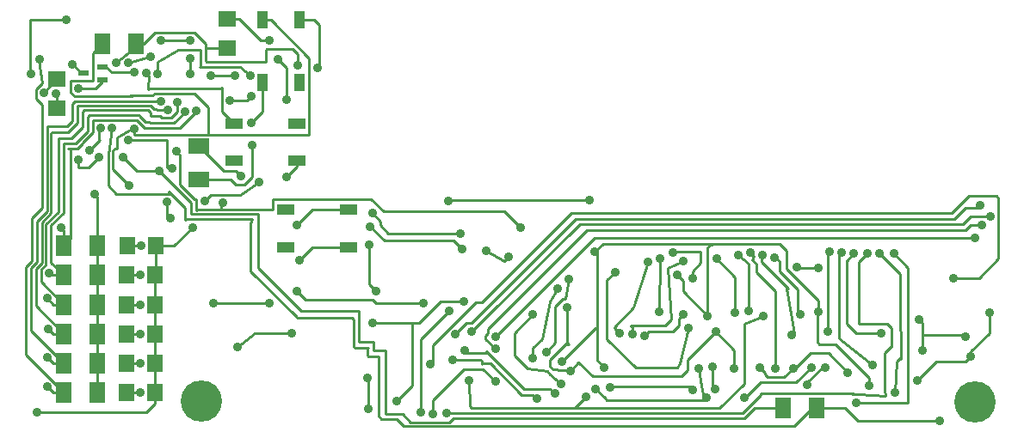
<source format=gbl>
G04 (created by PCBNEW (2013-may-18)-stable) date Mon Aug 15 13:55:16 2016*
%MOIN*%
G04 Gerber Fmt 3.4, Leading zero omitted, Abs format*
%FSLAX34Y34*%
G01*
G70*
G90*
G04 APERTURE LIST*
%ADD10C,0.00590551*%
%ADD11R,0.06X0.08*%
%ADD12R,0.08X0.06*%
%ADD13R,0.0629X0.0709*%
%ADD14R,0.0709X0.0629*%
%ADD15R,0.0708661X0.0433071*%
%ADD16R,0.0433071X0.0708661*%
%ADD17R,0.0394X0.0236*%
%ADD18C,0.16*%
%ADD19C,0.035*%
%ADD20C,0.01*%
G04 APERTURE END LIST*
G54D10*
G54D11*
X56377Y-48562D03*
X57677Y-48562D03*
X54881Y-62106D03*
X56181Y-62106D03*
X54881Y-60964D03*
X56181Y-60964D03*
X54881Y-56397D03*
X56181Y-56397D03*
X54881Y-57539D03*
X56181Y-57539D03*
X54881Y-58681D03*
X56181Y-58681D03*
X54881Y-59822D03*
X56181Y-59822D03*
G54D12*
X60098Y-53819D03*
X60098Y-52519D03*
G54D13*
X58452Y-56397D03*
X57334Y-56397D03*
X58413Y-60964D03*
X57295Y-60964D03*
X58413Y-59822D03*
X57295Y-59822D03*
X58413Y-58681D03*
X57295Y-58681D03*
X58413Y-57539D03*
X57295Y-57539D03*
X58413Y-62106D03*
X57295Y-62106D03*
G54D14*
X54625Y-49933D03*
X54625Y-51051D03*
X61200Y-48728D03*
X61200Y-47610D03*
G54D15*
X63484Y-56448D03*
X65924Y-56448D03*
X63484Y-55008D03*
X65924Y-55008D03*
G54D16*
X64007Y-50058D03*
X64007Y-47618D03*
X62567Y-50058D03*
X62567Y-47618D03*
G54D17*
X56377Y-49960D03*
X56377Y-49448D03*
X55629Y-49704D03*
G54D11*
X84055Y-62696D03*
X82755Y-62696D03*
G54D15*
X61476Y-53101D03*
X63916Y-53101D03*
X61476Y-51661D03*
X63916Y-51661D03*
G54D18*
X90177Y-62460D03*
X60216Y-62421D03*
G54D19*
X56909Y-49311D03*
X63956Y-49389D03*
X54114Y-50452D03*
X55452Y-53051D03*
X56240Y-52972D03*
X57185Y-52972D03*
X58562Y-53484D03*
X58523Y-49744D03*
X62106Y-49783D03*
X84389Y-61122D03*
X83681Y-61791D03*
X76043Y-61909D03*
X79232Y-61988D03*
X80019Y-61082D03*
X80098Y-61948D03*
X75492Y-61948D03*
X79783Y-62303D03*
X81240Y-62303D03*
X83838Y-61122D03*
X79468Y-61161D03*
X58090Y-49704D03*
X89822Y-59940D03*
X88129Y-60452D03*
X88011Y-59271D03*
X70570Y-61633D03*
X75098Y-62263D03*
X81988Y-59114D03*
X74153Y-61751D03*
X73051Y-59074D03*
X66751Y-55649D03*
X70295Y-56515D03*
X66830Y-55137D03*
X70255Y-55925D03*
X59074Y-53405D03*
X57381Y-52303D03*
X53937Y-49153D03*
X54232Y-61870D03*
X59783Y-48444D03*
X59783Y-49744D03*
X59783Y-49114D03*
X58641Y-48444D03*
X54232Y-60728D03*
X58641Y-50807D03*
X54271Y-59625D03*
X58917Y-51122D03*
X54311Y-57460D03*
X59586Y-51200D03*
X54232Y-58444D03*
X59271Y-50846D03*
X54783Y-55688D03*
X60019Y-51161D03*
X57618Y-49665D03*
X58248Y-49074D03*
X57381Y-49291D03*
X57618Y-51850D03*
X57421Y-54074D03*
X68799Y-58641D03*
X63917Y-58169D03*
X90177Y-56082D03*
X71594Y-59940D03*
X69704Y-62893D03*
X86003Y-56712D03*
X71594Y-60413D03*
X90452Y-55610D03*
X70688Y-59744D03*
X90767Y-55255D03*
X70059Y-59822D03*
X90374Y-54822D03*
X89350Y-57657D03*
X69074Y-61003D03*
X66673Y-62736D03*
X66633Y-61515D03*
X70413Y-60452D03*
X73917Y-62145D03*
X85570Y-62500D03*
X87027Y-56712D03*
X69940Y-60846D03*
X73208Y-62342D03*
X87066Y-62106D03*
X86476Y-56712D03*
X63917Y-55610D03*
X66712Y-56358D03*
X66988Y-58169D03*
X73051Y-60767D03*
X73996Y-58051D03*
X74429Y-57696D03*
X73562Y-60531D03*
X88799Y-63208D03*
X56751Y-51830D03*
X56082Y-54389D03*
X56318Y-51830D03*
X55885Y-52696D03*
X55452Y-50295D03*
X63523Y-53720D03*
X64704Y-49507D03*
X90728Y-58996D03*
X87933Y-61633D03*
X86082Y-61830D03*
X90019Y-60688D03*
X63996Y-56948D03*
X63720Y-59783D03*
X61594Y-60334D03*
X70374Y-58562D03*
X66830Y-59389D03*
X67775Y-62421D03*
X74192Y-60885D03*
X75255Y-54625D03*
X69783Y-54665D03*
X75807Y-61122D03*
X78641Y-57539D03*
X75452Y-56633D03*
X79822Y-59114D03*
X84114Y-58956D03*
X76240Y-57421D03*
X79074Y-59586D03*
X82460Y-61161D03*
X81476Y-56673D03*
X81397Y-58917D03*
X81003Y-56751D03*
X80885Y-58996D03*
X80177Y-56909D03*
X76909Y-59822D03*
X78877Y-56988D03*
X79232Y-57657D03*
X78877Y-59074D03*
X78484Y-56673D03*
X77381Y-59901D03*
X77972Y-56909D03*
X77933Y-58956D03*
X86555Y-59783D03*
X85492Y-56712D03*
X85019Y-56673D03*
X86200Y-61043D03*
X84468Y-59744D03*
X84547Y-56633D03*
X77500Y-57027D03*
X76397Y-59783D03*
X84114Y-57263D03*
X83287Y-57224D03*
X82421Y-56870D03*
X83405Y-59074D03*
X83090Y-59862D03*
X81948Y-56751D03*
X69192Y-62933D03*
X71594Y-61673D03*
X57854Y-62106D03*
X61318Y-50767D03*
X63169Y-49153D03*
X63523Y-50728D03*
X62145Y-50610D03*
X62854Y-48444D03*
X61751Y-53681D03*
X62185Y-52500D03*
X62145Y-51633D03*
X54586Y-50492D03*
X55216Y-49350D03*
X57854Y-58681D03*
X57893Y-56397D03*
X57854Y-57539D03*
X57854Y-59822D03*
X57854Y-60964D03*
X62460Y-53917D03*
X60334Y-54665D03*
X58877Y-54704D03*
X58996Y-55334D03*
X61515Y-49783D03*
X60570Y-49783D03*
X62854Y-58641D03*
X60688Y-58641D03*
X85255Y-61318D03*
X68720Y-62854D03*
X69822Y-58917D03*
X74389Y-58799D03*
X72106Y-56830D03*
X71240Y-56594D03*
X74507Y-61279D03*
X81830Y-61122D03*
X80846Y-61161D03*
X80137Y-59744D03*
X83129Y-61161D03*
X54980Y-47637D03*
X53602Y-49724D03*
X53858Y-62874D03*
X59862Y-55688D03*
X61043Y-54744D03*
X72578Y-55688D03*
X59232Y-52736D03*
G54D20*
X58307Y-48228D02*
X58405Y-48129D01*
X60374Y-48562D02*
X59940Y-48129D01*
X60374Y-48562D02*
X60374Y-48720D01*
X59940Y-48129D02*
X58405Y-48129D01*
X57972Y-48562D02*
X58307Y-48228D01*
X58307Y-48228D02*
X58366Y-48169D01*
X57677Y-48562D02*
X57972Y-48562D01*
X56909Y-49311D02*
X57677Y-48661D01*
X57677Y-48661D02*
X57677Y-48562D01*
X62696Y-49271D02*
X62696Y-48799D01*
X60374Y-49232D02*
X60374Y-48720D01*
X60413Y-49271D02*
X60374Y-49232D01*
X62696Y-49271D02*
X60413Y-49271D01*
X62696Y-48799D02*
X62736Y-48759D01*
X62736Y-48759D02*
X63759Y-48759D01*
X63759Y-48759D02*
X63956Y-48956D01*
X63956Y-48956D02*
X63956Y-49389D01*
X61200Y-48728D02*
X60374Y-48728D01*
X60374Y-48728D02*
X60381Y-48720D01*
X60381Y-48720D02*
X60413Y-48720D01*
X60413Y-48720D02*
X60374Y-48720D01*
X54625Y-49940D02*
X54625Y-49933D01*
X54114Y-50452D02*
X54625Y-49940D01*
X55452Y-53366D02*
X55452Y-53051D01*
X55846Y-53366D02*
X55452Y-53366D01*
X56240Y-52972D02*
X55846Y-53366D01*
X58562Y-53484D02*
X57696Y-53484D01*
X57696Y-53484D02*
X57185Y-52972D01*
X61724Y-49454D02*
X60151Y-49454D01*
X60177Y-49429D02*
X60177Y-48799D01*
X60151Y-49454D02*
X60177Y-49429D01*
X67972Y-62933D02*
X67342Y-62933D01*
X59822Y-54744D02*
X58562Y-53484D01*
X59822Y-55177D02*
X59822Y-54744D01*
X62421Y-55177D02*
X59822Y-55177D01*
X62421Y-57263D02*
X62421Y-55177D01*
X64074Y-58917D02*
X62421Y-57263D01*
X66318Y-58917D02*
X64074Y-58917D01*
X66318Y-60137D02*
X66318Y-58917D01*
X66633Y-60137D02*
X66318Y-60137D01*
X66673Y-60137D02*
X66633Y-60137D01*
X66870Y-60137D02*
X66673Y-60137D01*
X66870Y-60374D02*
X66870Y-60137D01*
X66870Y-60452D02*
X66870Y-60374D01*
X67342Y-60452D02*
X66870Y-60452D01*
X67342Y-62933D02*
X67342Y-60452D01*
X82755Y-62696D02*
X81633Y-62696D01*
X68011Y-62933D02*
X67972Y-62933D01*
X67972Y-62933D02*
X67893Y-62933D01*
X68326Y-63248D02*
X68011Y-62933D01*
X69822Y-63248D02*
X68326Y-63248D01*
X69980Y-63090D02*
X69822Y-63248D01*
X81240Y-63090D02*
X69980Y-63090D01*
X81633Y-62696D02*
X81240Y-63090D01*
X58523Y-49271D02*
X58523Y-49744D01*
X59311Y-48799D02*
X58523Y-49271D01*
X60177Y-48799D02*
X59311Y-48799D01*
X62106Y-49783D02*
X61724Y-49454D01*
X84389Y-61122D02*
X84271Y-61122D01*
X83681Y-61712D02*
X83681Y-61791D01*
X84271Y-61122D02*
X83681Y-61712D01*
X76082Y-61870D02*
X76043Y-61909D01*
X79114Y-61870D02*
X76082Y-61870D01*
X79232Y-61988D02*
X79114Y-61870D01*
X80019Y-61870D02*
X80019Y-61082D01*
X80098Y-61948D02*
X80019Y-61870D01*
X79704Y-62381D02*
X79783Y-62303D01*
X75925Y-62381D02*
X79704Y-62381D01*
X75846Y-62303D02*
X75925Y-62381D01*
X75492Y-61948D02*
X75846Y-62303D01*
X81240Y-62303D02*
X81240Y-62342D01*
X83248Y-61712D02*
X83838Y-61122D01*
X81870Y-61712D02*
X83248Y-61712D01*
X81240Y-62342D02*
X81870Y-61712D01*
X79685Y-62322D02*
X79763Y-62322D01*
X79763Y-62322D02*
X79783Y-62303D01*
X79547Y-61633D02*
X79586Y-61830D01*
X79586Y-61830D02*
X79685Y-62322D01*
X79685Y-62322D02*
X79704Y-62342D01*
X79547Y-61633D02*
X79468Y-61161D01*
X61003Y-51161D02*
X61003Y-51188D01*
X61003Y-51188D02*
X61476Y-51661D01*
X61003Y-51161D02*
X61003Y-50334D01*
X60964Y-50295D02*
X59586Y-50295D01*
X61003Y-50255D02*
X60964Y-50295D01*
X61003Y-50334D02*
X61003Y-50255D01*
X58090Y-49704D02*
X58169Y-49783D01*
X58169Y-49783D02*
X58129Y-50334D01*
X58129Y-50334D02*
X58169Y-50295D01*
X58169Y-50295D02*
X59586Y-50295D01*
X89744Y-59862D02*
X89822Y-59940D01*
X88129Y-59862D02*
X89744Y-59862D01*
X88129Y-59389D02*
X88129Y-59862D01*
X88129Y-59862D02*
X88129Y-60452D01*
X88129Y-60452D02*
X88129Y-60492D01*
X88011Y-59271D02*
X88129Y-59389D01*
X70570Y-61633D02*
X70610Y-62618D01*
X70692Y-62700D02*
X74665Y-62700D01*
X70610Y-62618D02*
X70692Y-62700D01*
X74665Y-62700D02*
X74665Y-62696D01*
X74665Y-62696D02*
X75098Y-62263D01*
X81236Y-59440D02*
X81236Y-61755D01*
X80284Y-62707D02*
X79890Y-62707D01*
X81236Y-61755D02*
X80284Y-62707D01*
X74665Y-62700D02*
X79890Y-62707D01*
X81240Y-59429D02*
X81236Y-59440D01*
X81988Y-59114D02*
X81240Y-59429D01*
X74153Y-61751D02*
X73720Y-61397D01*
X72854Y-61161D02*
X72342Y-60649D01*
X73602Y-61279D02*
X72854Y-61161D01*
X73720Y-61397D02*
X73602Y-61279D01*
X72342Y-60649D02*
X72381Y-60649D01*
X72342Y-60649D02*
X72342Y-59783D01*
X73051Y-59074D02*
X72342Y-59783D01*
X67303Y-56200D02*
X66751Y-55649D01*
X69980Y-56200D02*
X67303Y-56200D01*
X70295Y-56515D02*
X69980Y-56200D01*
X67145Y-55452D02*
X66830Y-55137D01*
X67145Y-55610D02*
X67145Y-55452D01*
X67460Y-55925D02*
X67145Y-55610D01*
X70255Y-55925D02*
X67460Y-55925D01*
X57381Y-52303D02*
X58877Y-52303D01*
X59074Y-53366D02*
X59074Y-53405D01*
X58877Y-53366D02*
X59074Y-53366D01*
X58877Y-52303D02*
X58877Y-53366D01*
X53937Y-49153D02*
X53897Y-49192D01*
X53897Y-49192D02*
X54035Y-50098D01*
X54035Y-50098D02*
X53799Y-50334D01*
X53799Y-50334D02*
X53799Y-50688D01*
X53799Y-50688D02*
X54035Y-50925D01*
X54035Y-50925D02*
X54035Y-54940D01*
X54035Y-54940D02*
X53641Y-55334D01*
X53641Y-55334D02*
X53641Y-56988D01*
X53641Y-56988D02*
X53405Y-57224D01*
X53405Y-57224D02*
X53405Y-60630D01*
X53405Y-60630D02*
X54881Y-62106D01*
X54881Y-62106D02*
X54468Y-62106D01*
X54468Y-62106D02*
X54232Y-61870D01*
X59783Y-49744D02*
X59783Y-49114D01*
X59783Y-48444D02*
X58641Y-48444D01*
X54881Y-60964D02*
X54468Y-60964D01*
X54468Y-60964D02*
X54232Y-60728D01*
X54232Y-52106D02*
X54232Y-55059D01*
X55295Y-50807D02*
X55216Y-50885D01*
X55216Y-50885D02*
X55216Y-51555D01*
X55216Y-51555D02*
X55019Y-51751D01*
X55019Y-51751D02*
X54232Y-51751D01*
X54232Y-51751D02*
X54232Y-52106D01*
X58641Y-50807D02*
X55688Y-50807D01*
X55688Y-50807D02*
X55295Y-50807D01*
X53602Y-59685D02*
X54881Y-60964D01*
X53602Y-57263D02*
X53602Y-59685D01*
X53838Y-57027D02*
X53602Y-57263D01*
X53838Y-55452D02*
X53838Y-57027D01*
X54232Y-55059D02*
X53838Y-55452D01*
X54881Y-59822D02*
X54468Y-59822D01*
X54468Y-59822D02*
X54271Y-59625D01*
X54392Y-52106D02*
X54392Y-55135D01*
X55413Y-50967D02*
X55413Y-51633D01*
X55413Y-51633D02*
X55137Y-51909D01*
X55137Y-51909D02*
X55059Y-51988D01*
X55059Y-51988D02*
X54431Y-51988D01*
X54431Y-51988D02*
X54392Y-52027D01*
X54392Y-52027D02*
X54392Y-52106D01*
X58366Y-51085D02*
X58248Y-50967D01*
X58408Y-51085D02*
X58366Y-51085D01*
X58484Y-51085D02*
X58408Y-51085D01*
X58484Y-51122D02*
X58484Y-51085D01*
X58917Y-51122D02*
X58484Y-51122D01*
X58248Y-50967D02*
X55413Y-50967D01*
X53799Y-58740D02*
X54881Y-59822D01*
X53799Y-57312D02*
X53799Y-58740D01*
X54032Y-57079D02*
X53799Y-57312D01*
X54032Y-55494D02*
X54032Y-57079D01*
X54392Y-55135D02*
X54032Y-55494D01*
X54881Y-57539D02*
X54389Y-57539D01*
X54389Y-57539D02*
X54311Y-57460D01*
X54389Y-56909D02*
X54389Y-57047D01*
X54862Y-55137D02*
X54389Y-55610D01*
X54389Y-55610D02*
X54389Y-56909D01*
X57814Y-51327D02*
X55877Y-51327D01*
X59586Y-51200D02*
X59586Y-51240D01*
X59586Y-51240D02*
X59153Y-51633D01*
X59153Y-51633D02*
X58444Y-51633D01*
X58444Y-51633D02*
X58208Y-51633D01*
X58208Y-51633D02*
X58208Y-51594D01*
X58208Y-51594D02*
X58129Y-51594D01*
X58129Y-51594D02*
X58090Y-51594D01*
X58090Y-51594D02*
X58051Y-51594D01*
X58051Y-51594D02*
X57814Y-51358D01*
X57814Y-51358D02*
X57814Y-51327D01*
X55334Y-52421D02*
X54862Y-52421D01*
X55807Y-51948D02*
X55334Y-52421D01*
X55807Y-51397D02*
X55807Y-51948D01*
X55877Y-51327D02*
X55807Y-51397D01*
X54862Y-52421D02*
X54862Y-55137D01*
X54389Y-57047D02*
X54881Y-57539D01*
X54881Y-58681D02*
X54468Y-58681D01*
X54468Y-58681D02*
X54232Y-58444D01*
X54665Y-52224D02*
X54665Y-55098D01*
X55683Y-51127D02*
X55610Y-51200D01*
X55610Y-51200D02*
X55610Y-51791D01*
X55610Y-51791D02*
X55177Y-52224D01*
X55177Y-52224D02*
X54665Y-52224D01*
X58237Y-51234D02*
X58129Y-51127D01*
X58237Y-51352D02*
X58237Y-51234D01*
X58321Y-51352D02*
X58237Y-51352D01*
X58321Y-51358D02*
X58321Y-51352D01*
X58360Y-51358D02*
X58321Y-51358D01*
X58638Y-51358D02*
X58360Y-51358D01*
X58638Y-51437D02*
X58638Y-51358D01*
X58759Y-51437D02*
X58638Y-51437D01*
X59035Y-51437D02*
X58759Y-51437D01*
X59271Y-51200D02*
X59035Y-51437D01*
X59271Y-50846D02*
X59271Y-51200D01*
X58129Y-51127D02*
X55683Y-51127D01*
X53996Y-57795D02*
X54881Y-58681D01*
X53996Y-57342D02*
X53996Y-57795D01*
X54192Y-57145D02*
X53996Y-57342D01*
X54192Y-55570D02*
X54192Y-57145D01*
X54665Y-55098D02*
X54192Y-55570D01*
X54881Y-56397D02*
X54881Y-55787D01*
X54881Y-55787D02*
X54783Y-55688D01*
X55137Y-52618D02*
X55137Y-56141D01*
X55137Y-56141D02*
X54881Y-56397D01*
X57263Y-51515D02*
X56003Y-51515D01*
X59389Y-51830D02*
X58011Y-51830D01*
X59980Y-51240D02*
X59389Y-51830D01*
X60019Y-51240D02*
X59980Y-51240D01*
X60019Y-51240D02*
X60019Y-51161D01*
X57696Y-51515D02*
X57263Y-51515D01*
X58011Y-51830D02*
X57696Y-51515D01*
X55413Y-52618D02*
X55137Y-52618D01*
X55137Y-52618D02*
X55059Y-52618D01*
X55595Y-52436D02*
X55413Y-52618D01*
X55595Y-52396D02*
X55595Y-52436D01*
X56003Y-51988D02*
X55595Y-52396D01*
X56003Y-51515D02*
X56003Y-51988D01*
X56377Y-49448D02*
X56515Y-49448D01*
X56732Y-49665D02*
X57618Y-49665D01*
X56515Y-49448D02*
X56732Y-49665D01*
X58208Y-49074D02*
X58248Y-49074D01*
X57381Y-49291D02*
X58208Y-49074D01*
X56948Y-52618D02*
X56870Y-52618D01*
X57500Y-51850D02*
X56948Y-52185D01*
X56948Y-52185D02*
X56948Y-52618D01*
X57618Y-51850D02*
X57500Y-51850D01*
X56870Y-52618D02*
X56791Y-52696D01*
X56791Y-52696D02*
X56791Y-53444D01*
X56791Y-53444D02*
X57421Y-54074D01*
X55137Y-50452D02*
X55295Y-50610D01*
X56003Y-49980D02*
X55137Y-49980D01*
X57539Y-50610D02*
X57539Y-50570D01*
X55295Y-50610D02*
X57539Y-50610D01*
X55137Y-50019D02*
X55137Y-50452D01*
X55137Y-49980D02*
X55137Y-50019D01*
X56003Y-48936D02*
X56377Y-48562D01*
X56003Y-49980D02*
X56003Y-48936D01*
X57460Y-50570D02*
X57539Y-50570D01*
X60492Y-51043D02*
X60492Y-52106D01*
X57539Y-50570D02*
X58326Y-50570D01*
X58326Y-50570D02*
X58405Y-50492D01*
X58405Y-50492D02*
X59940Y-50492D01*
X59940Y-50492D02*
X60492Y-51043D01*
X62567Y-47618D02*
X62894Y-47618D01*
X64389Y-49114D02*
X64389Y-51358D01*
X62894Y-47618D02*
X64389Y-49114D01*
X64389Y-52106D02*
X64389Y-51358D01*
X64389Y-51358D02*
X64389Y-51003D01*
X57618Y-52106D02*
X60492Y-52106D01*
X57618Y-51850D02*
X57618Y-52106D01*
X60492Y-52106D02*
X64389Y-52106D01*
X63917Y-58169D02*
X64232Y-58484D01*
X66988Y-58641D02*
X68799Y-58641D01*
X66830Y-58484D02*
X66988Y-58641D01*
X64232Y-58484D02*
X66830Y-58484D01*
X75452Y-56082D02*
X90177Y-56082D01*
X71594Y-59940D02*
X75452Y-56082D01*
X70059Y-62893D02*
X70098Y-62893D01*
X69704Y-62893D02*
X70059Y-62893D01*
X81870Y-62145D02*
X81870Y-62185D01*
X86948Y-60295D02*
X86673Y-60570D01*
X86673Y-61988D02*
X86673Y-60570D01*
X86712Y-62224D02*
X86673Y-61988D01*
X85157Y-62125D02*
X86712Y-62224D01*
X81870Y-62145D02*
X85468Y-62145D01*
X85468Y-62145D02*
X85448Y-62125D01*
X85448Y-62125D02*
X85157Y-62125D01*
X81161Y-62893D02*
X70098Y-62893D01*
X70098Y-62893D02*
X69744Y-62893D01*
X81870Y-62185D02*
X81161Y-62893D01*
X86948Y-60334D02*
X86909Y-60295D01*
X86909Y-60295D02*
X86948Y-60295D01*
X86948Y-60295D02*
X86948Y-59586D01*
X86948Y-59586D02*
X86791Y-59429D01*
X86791Y-59429D02*
X85688Y-59429D01*
X85688Y-57027D02*
X85688Y-59429D01*
X86003Y-56712D02*
X85688Y-57027D01*
X86948Y-60334D02*
X86948Y-60295D01*
X71811Y-59133D02*
X71318Y-59625D01*
X71200Y-60019D02*
X71594Y-60413D01*
X71200Y-59901D02*
X71200Y-60019D01*
X71318Y-59783D02*
X71200Y-59901D01*
X71318Y-59625D02*
X71318Y-59783D01*
X90019Y-55610D02*
X90452Y-55610D01*
X75137Y-55807D02*
X89822Y-55807D01*
X89822Y-55807D02*
X90019Y-55610D01*
X71811Y-59133D02*
X75137Y-55807D01*
X90019Y-55255D02*
X90767Y-55255D01*
X89704Y-55570D02*
X90019Y-55255D01*
X74862Y-55570D02*
X89704Y-55570D01*
X71259Y-59173D02*
X70688Y-59744D01*
X71200Y-59232D02*
X71259Y-59173D01*
X71259Y-59173D02*
X74862Y-55570D01*
X70492Y-59389D02*
X70059Y-59822D01*
X70688Y-59389D02*
X70492Y-59389D01*
X74704Y-55374D02*
X70688Y-59389D01*
X89389Y-55374D02*
X74704Y-55374D01*
X89822Y-54940D02*
X89389Y-55374D01*
X90255Y-54940D02*
X89822Y-54940D01*
X90374Y-54822D02*
X90255Y-54940D01*
X90334Y-57657D02*
X89350Y-57657D01*
X91082Y-56909D02*
X90334Y-57657D01*
X91082Y-54547D02*
X91082Y-56909D01*
X91003Y-54468D02*
X91082Y-54547D01*
X89940Y-54468D02*
X91003Y-54468D01*
X89271Y-55137D02*
X89940Y-54468D01*
X74547Y-55137D02*
X89271Y-55137D01*
X71082Y-58602D02*
X74547Y-55137D01*
X70846Y-58602D02*
X71082Y-58602D01*
X69192Y-60255D02*
X70846Y-58602D01*
X69192Y-60885D02*
X69192Y-60255D01*
X69074Y-61003D02*
X69192Y-60885D01*
X66673Y-61555D02*
X66673Y-62736D01*
X66633Y-61515D02*
X66673Y-61555D01*
X86673Y-62500D02*
X87578Y-62500D01*
X87578Y-62500D02*
X87578Y-61122D01*
X85570Y-62500D02*
X86673Y-62500D01*
X70413Y-60452D02*
X70511Y-60551D01*
X70511Y-60551D02*
X71299Y-60551D01*
X72696Y-61948D02*
X71299Y-60551D01*
X71299Y-60551D02*
X71240Y-60492D01*
X73720Y-61948D02*
X72696Y-61948D01*
X73917Y-62145D02*
X73720Y-61948D01*
X87027Y-56712D02*
X87578Y-57263D01*
X87578Y-57263D02*
X87578Y-61122D01*
X71082Y-60964D02*
X71279Y-60964D01*
X73051Y-62185D02*
X73208Y-62342D01*
X72618Y-62185D02*
X73051Y-62185D01*
X71397Y-60964D02*
X72618Y-62185D01*
X71279Y-60964D02*
X71397Y-60964D01*
X71082Y-60885D02*
X71082Y-60964D01*
X71082Y-60964D02*
X71082Y-61003D01*
X71043Y-60846D02*
X71082Y-60885D01*
X69940Y-60846D02*
X71043Y-60846D01*
X87066Y-62106D02*
X87145Y-60885D01*
X87145Y-60885D02*
X87303Y-60728D01*
X87303Y-59744D02*
X87303Y-60728D01*
X87303Y-60728D02*
X87303Y-60807D01*
X87263Y-59704D02*
X87303Y-59744D01*
X87263Y-57500D02*
X87263Y-59704D01*
X86476Y-56712D02*
X87263Y-57500D01*
X65924Y-55008D02*
X64519Y-55008D01*
X64519Y-55008D02*
X63917Y-55610D01*
X66712Y-57893D02*
X66712Y-56358D01*
X66988Y-58169D02*
X66712Y-57893D01*
X73051Y-60374D02*
X73051Y-60767D01*
X73405Y-60019D02*
X73051Y-60374D01*
X73718Y-58571D02*
X73405Y-60019D01*
X73996Y-58051D02*
X73718Y-58571D01*
X74303Y-58450D02*
X74226Y-58450D01*
X73917Y-60177D02*
X73562Y-60531D01*
X73917Y-58759D02*
X73917Y-60177D01*
X74226Y-58450D02*
X73917Y-58759D01*
X74303Y-58450D02*
X74429Y-57696D01*
X85649Y-63208D02*
X88799Y-63208D01*
X56594Y-52854D02*
X56594Y-54074D01*
X56594Y-54074D02*
X56909Y-54389D01*
X56751Y-51830D02*
X56594Y-52854D01*
X58956Y-54350D02*
X58956Y-54311D01*
X58996Y-54350D02*
X58956Y-54350D01*
X59035Y-54389D02*
X58996Y-54350D01*
X56909Y-54389D02*
X59035Y-54389D01*
X66633Y-60649D02*
X66673Y-60688D01*
X67066Y-60688D02*
X67066Y-63011D01*
X66673Y-60688D02*
X67066Y-60688D01*
X66673Y-60374D02*
X66633Y-60413D01*
X66161Y-60374D02*
X66673Y-60374D01*
X66122Y-60334D02*
X66161Y-60374D01*
X66633Y-60413D02*
X66633Y-60649D01*
X66043Y-59192D02*
X66122Y-59271D01*
X63917Y-59192D02*
X66043Y-59192D01*
X63897Y-59173D02*
X63917Y-59192D01*
X66122Y-59271D02*
X66122Y-60334D01*
X62185Y-55374D02*
X62106Y-55531D01*
X59547Y-54901D02*
X59586Y-54940D01*
X58956Y-54311D02*
X59547Y-54901D01*
X59586Y-55413D02*
X59625Y-55374D01*
X59586Y-54940D02*
X59586Y-55413D01*
X62185Y-55374D02*
X59625Y-55374D01*
X62106Y-55531D02*
X62106Y-57381D01*
X67874Y-63228D02*
X67775Y-63129D01*
X67775Y-63129D02*
X67185Y-63129D01*
X67185Y-63129D02*
X67066Y-63011D01*
X63897Y-59173D02*
X62106Y-57381D01*
X85137Y-62696D02*
X85649Y-63208D01*
X84055Y-62696D02*
X85137Y-62696D01*
X84055Y-62696D02*
X83877Y-62696D01*
X68053Y-63408D02*
X67874Y-63228D01*
X67874Y-63228D02*
X67854Y-63208D01*
X83166Y-63408D02*
X68053Y-63408D01*
X83877Y-62696D02*
X83166Y-63408D01*
X56181Y-56397D02*
X56181Y-54488D01*
X56181Y-54488D02*
X56082Y-54389D01*
X56181Y-57539D02*
X56181Y-56397D01*
X56181Y-58681D02*
X56181Y-57539D01*
X56181Y-59822D02*
X56181Y-58681D01*
X56181Y-60964D02*
X56181Y-59822D01*
X56181Y-62106D02*
X56181Y-60964D01*
X56259Y-52322D02*
X56259Y-51889D01*
X56259Y-51889D02*
X56318Y-51830D01*
X55885Y-52696D02*
X56259Y-52322D01*
X56259Y-52322D02*
X56279Y-52303D01*
X56377Y-49960D02*
X56377Y-50039D01*
X56377Y-50039D02*
X56122Y-50295D01*
X56122Y-50295D02*
X55452Y-50295D01*
X63916Y-53101D02*
X63916Y-53327D01*
X63916Y-53327D02*
X63523Y-53720D01*
X64007Y-47618D02*
X64587Y-47618D01*
X64783Y-49507D02*
X64704Y-49507D01*
X64783Y-49271D02*
X64783Y-49507D01*
X64783Y-47814D02*
X64783Y-49271D01*
X64587Y-47618D02*
X64783Y-47814D01*
X90019Y-60688D02*
X90019Y-60492D01*
X90728Y-59783D02*
X90728Y-58996D01*
X90019Y-60492D02*
X90728Y-59783D01*
X88681Y-60885D02*
X89822Y-60885D01*
X87933Y-61633D02*
X88681Y-60885D01*
X86082Y-61515D02*
X86082Y-61830D01*
X84783Y-60216D02*
X86082Y-61515D01*
X84153Y-60216D02*
X84783Y-60216D01*
X84074Y-60137D02*
X84153Y-60216D01*
X84074Y-58996D02*
X84074Y-60137D01*
X84114Y-58956D02*
X84074Y-58996D01*
X89822Y-60885D02*
X90019Y-60688D01*
X65924Y-56448D02*
X64496Y-56448D01*
X64496Y-56448D02*
X63996Y-56948D01*
X62263Y-59783D02*
X63720Y-59783D01*
X61594Y-60334D02*
X62263Y-59783D01*
X68326Y-59389D02*
X68641Y-59389D01*
X69468Y-58562D02*
X70374Y-58562D01*
X68641Y-59389D02*
X69468Y-58562D01*
X68366Y-59389D02*
X68326Y-59389D01*
X67775Y-62421D02*
X68366Y-61830D01*
X68366Y-61830D02*
X68366Y-59389D01*
X68326Y-59389D02*
X66830Y-59389D01*
X75492Y-59586D02*
X75531Y-59586D01*
X74192Y-60885D02*
X75492Y-59586D01*
X69822Y-54625D02*
X75255Y-54625D01*
X69783Y-54665D02*
X69822Y-54625D01*
X75531Y-56712D02*
X75452Y-56633D01*
X75531Y-60846D02*
X75531Y-59586D01*
X75531Y-59586D02*
X75531Y-56712D01*
X75807Y-61122D02*
X75531Y-60846D01*
X78877Y-58169D02*
X79822Y-59114D01*
X78877Y-57775D02*
X78877Y-58169D01*
X78641Y-57539D02*
X78877Y-57775D01*
X75767Y-56318D02*
X79980Y-56318D01*
X75452Y-56633D02*
X75767Y-56318D01*
X79980Y-56318D02*
X80019Y-56358D01*
X80019Y-56358D02*
X80019Y-56318D01*
X79822Y-59114D02*
X79822Y-56476D01*
X79822Y-56476D02*
X79980Y-56318D01*
X84114Y-58523D02*
X84114Y-58956D01*
X82893Y-57303D02*
X84114Y-58523D01*
X82893Y-56594D02*
X82893Y-57303D01*
X82618Y-56318D02*
X82893Y-56594D01*
X79980Y-56318D02*
X80019Y-56318D01*
X80019Y-56318D02*
X82618Y-56318D01*
X77460Y-61122D02*
X77027Y-61122D01*
X77027Y-61122D02*
X75925Y-60019D01*
X75925Y-57736D02*
X75925Y-60019D01*
X76240Y-57421D02*
X75925Y-57736D01*
X78759Y-60964D02*
X79074Y-59586D01*
X78641Y-61122D02*
X78759Y-60964D01*
X77460Y-61122D02*
X78641Y-61122D01*
X82460Y-58169D02*
X82460Y-61161D01*
X81712Y-57421D02*
X82460Y-58169D01*
X81712Y-57106D02*
X81712Y-57421D01*
X81555Y-56948D02*
X81712Y-57106D01*
X81594Y-56791D02*
X81555Y-56948D01*
X81476Y-56673D02*
X81594Y-56791D01*
X81397Y-57106D02*
X81397Y-58917D01*
X81003Y-56751D02*
X81397Y-57106D01*
X80885Y-57618D02*
X80885Y-58996D01*
X80177Y-56909D02*
X80885Y-57618D01*
X76909Y-59586D02*
X76909Y-59822D01*
X76830Y-59507D02*
X76909Y-59586D01*
X78169Y-59507D02*
X76830Y-59507D01*
X78405Y-59271D02*
X78169Y-59507D01*
X78287Y-57263D02*
X78405Y-59271D01*
X78877Y-56988D02*
X78287Y-57263D01*
X78484Y-59744D02*
X77539Y-59744D01*
X79547Y-57066D02*
X79232Y-57381D01*
X79232Y-57381D02*
X79232Y-57657D01*
X78877Y-59074D02*
X78720Y-59232D01*
X78720Y-59232D02*
X78720Y-59507D01*
X78720Y-59507D02*
X78484Y-59744D01*
X78523Y-56633D02*
X79547Y-56633D01*
X78484Y-56673D02*
X78523Y-56633D01*
X79547Y-56633D02*
X79547Y-57066D01*
X77539Y-59744D02*
X77381Y-59901D01*
X77933Y-58956D02*
X77972Y-56909D01*
X85570Y-59783D02*
X86555Y-59783D01*
X85216Y-59429D02*
X85570Y-59783D01*
X85216Y-56988D02*
X85216Y-59429D01*
X85492Y-56712D02*
X85216Y-56988D01*
X84901Y-56791D02*
X85019Y-56673D01*
X84901Y-59980D02*
X84901Y-56791D01*
X86200Y-61043D02*
X84901Y-59980D01*
X84468Y-56712D02*
X84468Y-59744D01*
X84547Y-56633D02*
X84468Y-56712D01*
X76948Y-58799D02*
X77500Y-57027D01*
X76200Y-59547D02*
X76948Y-58799D01*
X76200Y-59586D02*
X76200Y-59547D01*
X76397Y-59783D02*
X76200Y-59586D01*
X83326Y-57263D02*
X84114Y-57263D01*
X83287Y-57224D02*
X83326Y-57263D01*
X83287Y-59074D02*
X83405Y-59074D01*
X82421Y-56870D02*
X82618Y-56988D01*
X82618Y-56988D02*
X82618Y-57381D01*
X82618Y-57381D02*
X83326Y-58090D01*
X83326Y-58090D02*
X83326Y-59035D01*
X83326Y-59035D02*
X83287Y-59074D01*
X81948Y-56751D02*
X81909Y-57027D01*
X82933Y-58051D02*
X82893Y-58051D01*
X82893Y-58011D02*
X82933Y-58051D01*
X81909Y-57027D02*
X82893Y-58011D01*
X83169Y-59783D02*
X82893Y-58051D01*
X83090Y-59862D02*
X83169Y-59783D01*
X69192Y-62381D02*
X69192Y-62933D01*
X70374Y-61200D02*
X69192Y-62381D01*
X71122Y-61200D02*
X70374Y-61200D01*
X71594Y-61673D02*
X71122Y-61200D01*
X57295Y-62106D02*
X57854Y-62106D01*
X63169Y-49153D02*
X63523Y-49507D01*
X63523Y-49507D02*
X63523Y-50728D01*
X62145Y-50610D02*
X61988Y-50767D01*
X61988Y-50767D02*
X61318Y-50767D01*
X61200Y-47610D02*
X61665Y-47610D01*
X62500Y-48444D02*
X62854Y-48444D01*
X61665Y-47610D02*
X62500Y-48444D01*
X61063Y-53484D02*
X60098Y-52519D01*
X61555Y-53484D02*
X61063Y-53484D01*
X61751Y-53681D02*
X61555Y-53484D01*
X61338Y-53819D02*
X61555Y-54035D01*
X61555Y-54035D02*
X61870Y-54035D01*
X61870Y-54035D02*
X62185Y-53720D01*
X62185Y-53720D02*
X62185Y-52500D01*
X60098Y-53819D02*
X61338Y-53819D01*
X62567Y-51212D02*
X62567Y-50058D01*
X62145Y-51633D02*
X62567Y-51212D01*
X54625Y-50531D02*
X54625Y-51051D01*
X54586Y-50492D02*
X54625Y-50531D01*
X55570Y-49704D02*
X55629Y-49704D01*
X55216Y-49350D02*
X55570Y-49704D01*
X57295Y-58681D02*
X57854Y-58681D01*
X57334Y-56397D02*
X57893Y-56397D01*
X57854Y-57539D02*
X57295Y-57539D01*
X57295Y-59822D02*
X57854Y-59822D01*
X57854Y-60964D02*
X57295Y-60964D01*
X61712Y-54429D02*
X62460Y-53917D01*
X60570Y-54429D02*
X61712Y-54429D01*
X60334Y-54665D02*
X60570Y-54429D01*
X58877Y-55216D02*
X58877Y-54704D01*
X58996Y-55334D02*
X58877Y-55216D01*
X60570Y-49783D02*
X61515Y-49783D01*
X60688Y-58641D02*
X62854Y-58641D01*
X74507Y-61279D02*
X73838Y-61200D01*
X74429Y-60216D02*
X74389Y-60216D01*
X74389Y-60177D02*
X74429Y-60216D01*
X73720Y-60846D02*
X74389Y-60177D01*
X73720Y-61082D02*
X73720Y-60846D01*
X73838Y-61200D02*
X73720Y-61082D01*
X74507Y-61279D02*
X74822Y-60925D01*
X75374Y-61476D02*
X75688Y-61476D01*
X74822Y-60925D02*
X75374Y-61476D01*
X74389Y-60216D02*
X74389Y-58799D01*
X83129Y-61161D02*
X83208Y-61161D01*
X83208Y-61161D02*
X83799Y-60570D01*
X83799Y-60570D02*
X84507Y-60570D01*
X84507Y-60570D02*
X85255Y-61318D01*
X68720Y-60019D02*
X68720Y-62854D01*
X69822Y-58917D02*
X68720Y-60019D01*
X72106Y-56830D02*
X71948Y-56988D01*
X71948Y-56988D02*
X71240Y-56594D01*
X74350Y-58838D02*
X74389Y-58799D01*
X79035Y-60846D02*
X80137Y-59744D01*
X79035Y-61240D02*
X79035Y-60846D01*
X78799Y-61476D02*
X79035Y-61240D01*
X75688Y-61476D02*
X78799Y-61476D01*
X82778Y-61512D02*
X83129Y-61161D01*
X82145Y-61512D02*
X82778Y-61512D01*
X82027Y-61394D02*
X82145Y-61512D01*
X82027Y-61318D02*
X82027Y-61394D01*
X81830Y-61122D02*
X82027Y-61318D01*
X80846Y-60452D02*
X80846Y-61161D01*
X80137Y-59744D02*
X80846Y-60452D01*
X58413Y-62106D02*
X58413Y-62531D01*
X53602Y-47637D02*
X54980Y-47637D01*
X53582Y-47618D02*
X53602Y-47637D01*
X53582Y-49704D02*
X53582Y-47618D01*
X53602Y-49724D02*
X53582Y-49704D01*
X58070Y-62874D02*
X53858Y-62874D01*
X58413Y-62531D02*
X58070Y-62874D01*
X60964Y-54980D02*
X60964Y-54822D01*
X59153Y-56397D02*
X58452Y-56397D01*
X59862Y-55688D02*
X59153Y-56397D01*
X60964Y-54822D02*
X61043Y-54744D01*
X58413Y-60964D02*
X58413Y-62106D01*
X58413Y-59822D02*
X58413Y-60964D01*
X58413Y-58681D02*
X58413Y-59822D01*
X58413Y-57539D02*
X58413Y-58681D01*
X58452Y-56397D02*
X58452Y-57500D01*
X58452Y-57500D02*
X58413Y-57539D01*
X60019Y-54586D02*
X60019Y-55016D01*
X62972Y-54980D02*
X62972Y-54586D01*
X60056Y-54980D02*
X60964Y-54980D01*
X60964Y-54980D02*
X62972Y-54980D01*
X60019Y-55016D02*
X60056Y-54980D01*
X62972Y-54586D02*
X62972Y-54625D01*
X62972Y-54625D02*
X62972Y-54586D01*
X66791Y-54586D02*
X62972Y-54586D01*
X67263Y-55059D02*
X66791Y-54586D01*
X71948Y-55059D02*
X67263Y-55059D01*
X72578Y-55688D02*
X71948Y-55059D01*
X60019Y-54586D02*
X59940Y-54586D01*
X59389Y-52893D02*
X59232Y-52736D01*
X59389Y-54035D02*
X59389Y-52893D01*
X59940Y-54586D02*
X59389Y-54035D01*
M02*

</source>
